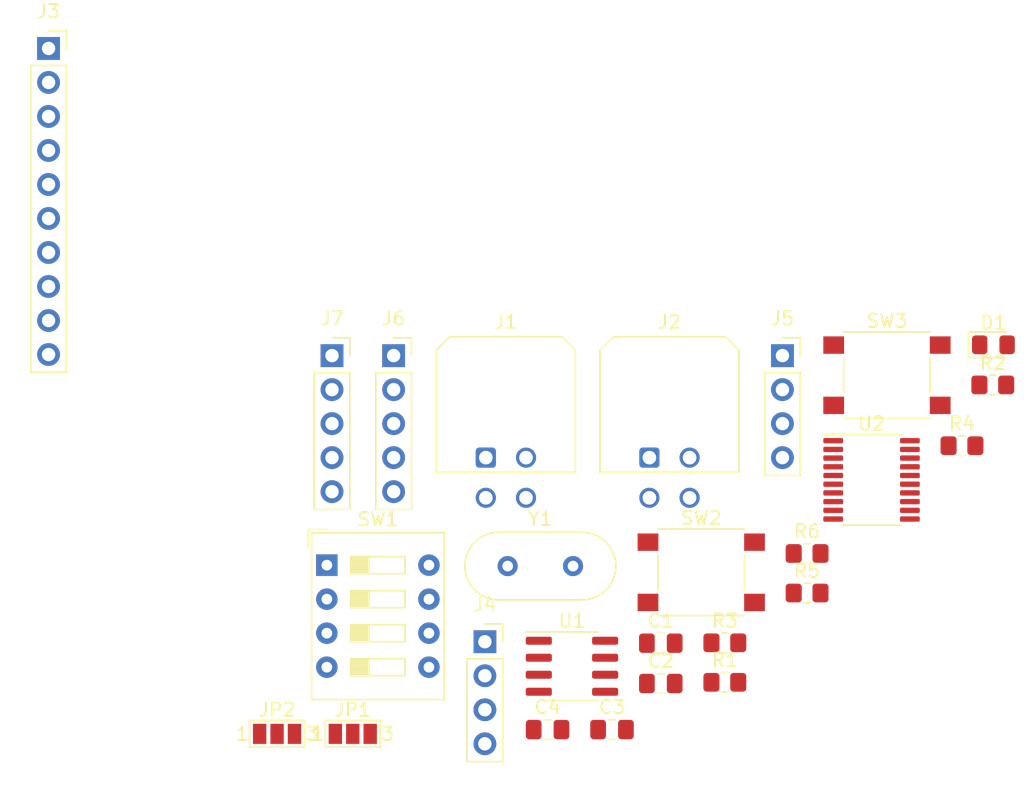
<source format=kicad_pcb>
(kicad_pcb (version 20211014) (generator pcbnew)
  (layers (0 "F.Cu" signal) (31 "B.Cu" signal) (34 "B.Paste" user) (35 "F.Paste" user) (36 "B.SilkS" user "B.Silkscreen") (37 "F.SilkS" user "F.Silkscreen") (38 "B.Mask" user) (39 "F.Mask" user) (44 "Edge.Cuts" user))
  (net 0 "")
  (net 1 "Net-(C1-Pad1)")
  (net 2 "GND")
  (net 3 "+5V")
  (net 4 "Net-(C3-Pad1)")
  (net 5 "/can_enable")
  (net 6 "Net-(D1-Pad2)")
  (net 7 "/CAN+")
  (net 8 "/CAN-")
  (net 9 "Net-(J1-Pad3)")
  (net 11 "Net-(J2-Pad3)")
  (net 19 "/A4(SDA)")
  (net 20 "/A5(SCL)")
  (net 21 "Net-(JP2-Pad1)")
  (net 22 "Net-(J4-Pad2)")
  (net 23 "/0(Rx)")
  (net 24 "/1(Tx)")
  (net 25 "/2")
  (net 26 "/4")
  (net 27 "/A1")
  (net 28 "/3(**)")
  (net 29 "/5(**)")
  (net 30 "/A0")
  (net 31 "+3V3")
  (net 32 "Net-(R1-Pad1)")
  (net 33 "Net-(R2-Pad2)")
  (net 34 "Net-(R3-Pad2)")
  (net 35 "/6(**)")
  (net 36 "/CAN_Tx")
  (net 37 "/CAN_Rx")
  (net 47 "/13(SCK)")
  (net 49 "/11(**{slash}MOSI)")
  (net 50 "/12(MISO)")
  (net 51 "/7")
  (footprint "Resistor_SMD:R_0805_2012Metric_Pad1.20x1.40mm_HandSolder" (layer "F.Cu") (at 144.48 89.28)
    (fp_text reference "R1" (at 0 -1.65) (layer "F.SilkS"))
    (fp_text value "17K")
    (fp_line (start -0.227064 -0.735) (end 0.227064 -0.735) (layer "F.SilkS") (width 0.12))
    (fp_line (start -0.227064 0.735) (end 0.227064 0.735) (layer "F.SilkS") (width 0.12))
    (pad "1" smd roundrect (at -1 0) (size 1.2 1.4) (layers "F.Cu" "F.Paste" "F.Mask") (roundrect_rratio 0.208333) (net 32 "Net-(R1-Pad1)"))
    (pad "2" smd roundrect (at 1 0) (size 1.2 1.4) (layers "F.Cu" "F.Paste" "F.Mask") (roundrect_rratio 0.208333) (net 2 "GND"))
  )
  (footprint "Connector_PinSocket_2.54mm:PinSocket_1x04_P2.54mm_Vertical" (layer "F.Cu") (at 126.57 86.25)
    (fp_text reference "J4" (at 0 -2.77) (layer "F.SilkS"))
    (fp_text value "OLED")
    (fp_line (start -1.33 8.95) (end 1.33 8.95) (layer "F.SilkS") (width 0.12))
    (fp_line (start 1.33 1.27) (end 1.33 8.95) (layer "F.SilkS") (width 0.12))
    (fp_line (start 1.33 -1.33) (end 1.33 0) (layer "F.SilkS") (width 0.12))
    (fp_line (start 0 -1.33) (end 1.33 -1.33) (layer "F.SilkS") (width 0.12))
    (fp_line (start -1.33 1.27) (end -1.33 8.95) (layer "F.SilkS") (width 0.12))
    (fp_line (start -1.33 1.27) (end 1.33 1.27) (layer "F.SilkS") (width 0.12))
    (pad "1" thru_hole rect (at 0 0) (size 1.7 1.7) (drill 1) (layers *.Cu *.Mask) (net 2 "GND"))
    (pad "2" thru_hole oval (at 0 2.54) (size 1.7 1.7) (drill 1) (layers *.Cu *.Mask) (net 22 "Net-(J4-Pad2)"))
    (pad "3" thru_hole oval (at 0 5.08) (size 1.7 1.7) (drill 1) (layers *.Cu *.Mask) (net 20 "/A5(SCL)"))
    (pad "4" thru_hole oval (at 0 7.62) (size 1.7 1.7) (drill 1) (layers *.Cu *.Mask) (net 19 "/A4(SDA)"))
  )
  (footprint "Jumper:SolderJumper-3_P1.3mm_Open_Pad1.0x1.5mm_NumberLabels" (layer "F.Cu") (at 111.06 93.13)
    (fp_text reference "JP2" (at 0 -1.8) (layer "F.SilkS"))
    (fp_text value "Jumper")
    (fp_text user "1" (at -2.6 0) (layer "F.SilkS"))
    (fp_text user "3" (at 2.6 0) (layer "F.SilkS"))
    (fp_line (start 2.05 1) (end -2.05 1) (layer "F.SilkS") (width 0.12))
    (fp_line (start 2.05 -1) (end 2.05 1) (layer "F.SilkS") (width 0.12))
    (fp_line (start -2.05 1) (end -2.05 -1) (layer "F.SilkS") (width 0.12))
    (fp_line (start -2.05 -1) (end 2.05 -1) (layer "F.SilkS") (width 0.12))
    (pad "1" smd rect (at -1.3 0) (size 1 1.5) (layers "F.Cu" "F.Mask") (net 21 "Net-(JP2-Pad1)"))
    (pad "2" smd rect (at 0 0) (size 1 1.5) (layers "F.Cu" "F.Mask") (net 31 "+3V3"))
    (pad "3" smd rect (at 1.3 0) (size 1 1.5) (layers "F.Cu" "F.Mask") (net 3 "+5V"))
  )
  (footprint "Connector_PinSocket_2.54mm:PinSocket_1x10_P2.54mm_Vertical" (layer "F.Cu") (at 94.005 41.94)
    (fp_text reference "J3" (at 0 -2.77) (layer "F.SilkS"))
    (fp_text value "MPU9250")
    (fp_line (start -1.33 1.27) (end -1.33 24.19) (layer "F.SilkS") (width 0.12))
    (fp_line (start 0 -1.33) (end 1.33 -1.33) (layer "F.SilkS") (width 0.12))
    (fp_line (start -1.33 24.19) (end 1.33 24.19) (layer "F.SilkS") (width 0.12))
    (fp_line (start 1.33 -1.33) (end 1.33 0) (layer "F.SilkS") (width 0.12))
    (fp_line (start -1.33 1.27) (end 1.33 1.27) (layer "F.SilkS") (width 0.12))
    (fp_line (start 1.33 1.27) (end 1.33 24.19) (layer "F.SilkS") (width 0.12))
    (pad "1" thru_hole rect (at 0 0) (size 1.7 1.7) (drill 1) (layers *.Cu *.Mask))
    (pad "2" thru_hole oval (at 0 2.54) (size 1.7 1.7) (drill 1) (layers *.Cu *.Mask))
    (pad "3" thru_hole oval (at 0 5.08) (size 1.7 1.7) (drill 1) (layers *.Cu *.Mask))
    (pad "4" thru_hole oval (at 0 7.62) (size 1.7 1.7) (drill 1) (layers *.Cu *.Mask))
    (pad "5" thru_hole oval (at 0 10.16) (size 1.7 1.7) (drill 1) (layers *.Cu *.Mask))
    (pad "6" thru_hole oval (at 0 12.7) (size 1.7 1.7) (drill 1) (layers *.Cu *.Mask))
    (pad "7" thru_hole oval (at 0 15.24) (size 1.7 1.7) (drill 1) (layers *.Cu *.Mask) (net 19 "/A4(SDA)"))
    (pad "8" thru_hole oval (at 0 17.78) (size 1.7 1.7) (drill 1) (layers *.Cu *.Mask) (net 20 "/A5(SCL)"))
    (pad "9" thru_hole oval (at 0 20.32) (size 1.7 1.7) (drill 1) (layers *.Cu *.Mask) (net 2 "GND"))
    (pad "10" thru_hole oval (at 0 22.86) (size 1.7 1.7) (drill 1) (layers *.Cu *.Mask) (net 21 "Net-(JP2-Pad1)"))
  )
  (footprint "Connector_PinSocket_2.54mm:PinSocket_1x05_P2.54mm_Vertical" (layer "F.Cu") (at 115.16 64.88)
    (fp_text reference "J7" (at 0 -2.77) (layer "F.SilkS"))
    (fp_text value "Encoder 0")
    (fp_line (start -1.33 1.27) (end -1.33 11.49) (layer "F.SilkS") (width 0.12))
    (fp_line (start 1.33 1.27) (end 1.33 11.49) (layer "F.SilkS") (width 0.12))
    (fp_line (start -1.33 1.27) (end 1.33 1.27) (layer "F.SilkS") (width 0.12))
    (fp_line (start 0 -1.33) (end 1.33 -1.33) (layer "F.SilkS") (width 0.12))
    (fp_line (start -1.33 11.49) (end 1.33 11.49) (layer "F.SilkS") (width 0.12))
    (fp_line (start 1.33 -1.33) (end 1.33 0) (layer "F.SilkS") (width 0.12))
    (pad "1" thru_hole rect (at 0 0) (size 1.7 1.7) (drill 1) (layers *.Cu *.Mask) (net 3 "+5V"))
    (pad "2" thru_hole oval (at 0 2.54) (size 1.7 1.7) (drill 1) (layers *.Cu *.Mask) (net 28 "/3(**)"))
    (pad "3" thru_hole oval (at 0 5.08) (size 1.7 1.7) (drill 1) (layers *.Cu *.Mask) (net 29 "/5(**)"))
    (pad "4" thru_hole oval (at 0 7.62) (size 1.7 1.7) (drill 1) (layers *.Cu *.Mask) (net 30 "/A0"))
    (pad "5" thru_hole oval (at 0 10.16) (size 1.7 1.7) (drill 1) (layers *.Cu *.Mask) (net 2 "GND"))
  )
  (footprint "Connector_Molex:Molex_Micro-Fit_3.0_43045-0400_2x02_P3.00mm_Horizontal" (layer "F.Cu") (at 138.85 72.5)
    (fp_text reference "J2" (at 1.5 -10.12) (layer "F.SilkS"))
    (fp_text value "molex_3.0")
    (fp_line (start -3.685 1.1) (end -3.685 -8.03) (layer "F.SilkS") (width 0.12))
    (fp_line (start 6.685 1.1) (end -3.685 1.1) (layer "F.SilkS") (width 0.12))
    (fp_line (start -3.685 -8.03) (end -2.685 -9.03) (layer "F.SilkS") (width 0.12))
    (fp_line (start 6.685 -8.03) (end 6.685 1.1) (layer "F.SilkS") (width 0.12))
    (fp_line (start 5.685 -9.03) (end 6.685 -8.03) (layer "F.SilkS") (width 0.12))
    (fp_line (start -2.685 -9.03) (end 5.685 -9.03) (layer "F.SilkS") (width 0.12))
    (pad "" np_thru_hole circle (at 1.5 -4.32) (size 3 3) (drill 3) (layers *.Cu *.Mask))
    (pad "1" thru_hole roundrect (at 0 0) (size 1.5 1.5) (drill 1.02) (layers *.Cu *.Mask) (roundrect_rratio 0.166667) (net 7 "/CAN+"))
    (pad "2" thru_hole circle (at 3 0) (size 1.5 1.5) (drill 1.02) (layers *.Cu *.Mask) (net 8 "/CAN-"))
    (pad "3" thru_hole circle (at 0 3) (size 1.5 1.5) (drill 1.02) (layers *.Cu *.Mask) (net 11 "Net-(J2-Pad3)"))
    (pad "4" thru_hole circle (at 3 3) (size 1.5 1.5) (drill 1.02) (layers *.Cu *.Mask))
  )
  (footprint "Capacitor_SMD:C_0805_2012Metric_Pad1.18x1.45mm_HandSolder" (layer "F.Cu") (at 136.06 92.81)
    (fp_text reference "C3" (at 0 -1.68) (layer "F.SilkS"))
    (fp_text value "22pF")
    (fp_line (start -0.261252 0.735) (end 0.261252 0.735) (layer "F.SilkS") (width 0.12))
    (fp_line (start -0.261252 -0.735) (end 0.261252 -0.735) (layer "F.SilkS") (width 0.12))
    (pad "1" smd roundrect (at -1.0375 0) (size 1.175 1.45) (layers "F.Cu" "F.Paste" "F.Mask") (roundrect_rratio 0.212766) (net 4 "Net-(C3-Pad1)"))
    (pad "2" smd roundrect (at 1.0375 0) (size 1.175 1.45) (layers "F.Cu" "F.Paste" "F.Mask") (roundrect_rratio 0.212766) (net 2 "GND"))
  )
  (footprint "Resistor_SMD:R_0805_2012Metric_Pad1.20x1.40mm_HandSolder" (layer "F.Cu") (at 150.62 82.61)
    (fp_text reference "R5" (at 0 -1.65) (layer "F.SilkS"))
    (fp_text value "10K")
    (fp_line (start -0.227064 -0.735) (end 0.227064 -0.735) (layer "F.SilkS") (width 0.12))
    (fp_line (start -0.227064 0.735) (end 0.227064 0.735) (layer "F.SilkS") (width 0.12))
    (pad "1" smd roundrect (at -1 0) (size 1.2 1.4) (layers "F.Cu" "F.Paste" "F.Mask") (roundrect_rratio 0.208333) (net 29 "/5(**)"))
    (pad "2" smd roundrect (at 1 0) (size 1.2 1.4) (layers "F.Cu" "F.Paste" "F.Mask") (roundrect_rratio 0.208333) (net 2 "GND"))
  )
  (footprint "Resistor_SMD:R_0805_2012Metric_Pad1.20x1.40mm_HandSolder" (layer "F.Cu") (at 144.48 86.33)
    (fp_text reference "R3" (at 0 -1.65) (layer "F.SilkS"))
    (fp_text value "10K")
    (fp_line (start -0.227064 -0.735) (end 0.227064 -0.735) (layer "F.SilkS") (width 0.12))
    (fp_line (start -0.227064 0.735) (end 0.227064 0.735) (layer "F.SilkS") (width 0.12))
    (pad "1" smd roundrect (at -1 0) (size 1.2 1.4) (layers "F.Cu" "F.Paste" "F.Mask") (roundrect_rratio 0.208333) (net 3 "+5V"))
    (pad "2" smd roundrect (at 1 0) (size 1.2 1.4) (layers "F.Cu" "F.Paste" "F.Mask") (roundrect_rratio 0.208333) (net 34 "Net-(R3-Pad2)"))
  )
  (footprint "Connector_PinSocket_2.54mm:PinSocket_1x04_P2.54mm_Vertical" (layer "F.Cu") (at 148.78 64.88)
    (fp_text reference "J5" (at 0 -2.77) (layer "F.SilkS"))
    (fp_text value "UART2")
    (fp_line (start 1.33 -1.33) (end 1.33 0) (layer "F.SilkS") (width 0.12))
    (fp_line (start -1.33 1.27) (end -1.33 8.95) (layer "F.SilkS") (width 0.12))
    (fp_line (start -1.33 8.95) (end 1.33 8.95) (layer "F.SilkS") (width 0.12))
    (fp_line (start -1.33 1.27) (end 1.33 1.27) (layer "F.SilkS") (width 0.12))
    (fp_line (start 0 -1.33) (end 1.33 -1.33) (layer "F.SilkS") (width 0.12))
    (fp_line (start 1.33 1.27) (end 1.33 8.95) (layer "F.SilkS") (width 0.12))
    (pad "1" thru_hole rect (at 0 0) (size 1.7 1.7) (drill 1) (layers *.Cu *.Mask) (net 3 "+5V"))
    (pad "2" thru_hole oval (at 0 2.54) (size 1.7 1.7) (drill 1) (layers *.Cu *.Mask) (net 23 "/0(Rx)"))
    (pad "3" thru_hole oval (at 0 5.08) (size 1.7 1.7) (drill 1) (layers *.Cu *.Mask) (net 24 "/1(Tx)"))
    (pad "4" thru_hole oval (at 0 7.62) (size 1.7 1.7) (drill 1) (layers *.Cu *.Mask) (net 2 "GND"))
  )
  (footprint "Connector_Molex:Molex_Micro-Fit_3.0_43045-0400_2x02_P3.00mm_Horizontal" (layer "F.Cu") (at 126.64 72.5)
    (fp_text reference "J1" (at 1.5 -10.12) (layer "F.SilkS"))
    (fp_text value "molex_3.0")
    (fp_line (start -3.685 1.1) (end -3.685 -8.03) (layer "F.SilkS") (width 0.12))
    (fp_line (start 6.685 -8.03) (end 6.685 1.1) (layer "F.SilkS") (width 0.12))
    (fp_line (start -2.685 -9.03) (end 5.685 -9.03) (layer "F.SilkS") (width 0.12))
    (fp_line (start 5.685 -9.03) (end 6.685 -8.03) (layer "F.SilkS") (width 0.12))
    (fp_line (start -3.685 -8.03) (end -2.685 -9.03) (layer "F.SilkS") (width 0.12))
    (fp_line (start 6.685 1.1) (end -3.685 1.1) (layer "F.SilkS") (width 0.12))
    (pad "" np_thru_hole circle (at 1.5 -4.32) (size 3 3) (drill 3) (layers *.Cu *.Mask))
    (pad "1" thru_hole roundrect (at 0 0) (size 1.5 1.5) (drill 1.02) (layers *.Cu *.Mask) (roundrect_rratio 0.166667) (net 7 "/CAN+"))
    (pad "2" thru_hole circle (at 3 0) (size 1.5 1.5) (drill 1.02) (layers *.Cu *.Mask) (net 8 "/CAN-"))
    (pad "3" thru_hole circle (at 0 3) (size 1.5 1.5) (drill 1.02) (layers *.Cu *.Mask) (net 9 "Net-(J1-Pad3)"))
    (pad "4" thru_hole circle (at 3 3) (size 1.5 1.5) (drill 1.02) (layers *.Cu *.Mask))
  )
  (footprint "Resistor_SMD:R_0805_2012Metric_Pad1.20x1.40mm_HandSolder" (layer "F.Cu") (at 162.18 71.61)
    (fp_text reference "R4" (at 0 -1.65) (layer "F.SilkS"))
    (fp_text value "10K")
    (fp_line (start -0.227064 0.735) (end 0.227064 0.735) (layer "F.SilkS") (width 0.12))
    (fp_line (start -0.227064 -0.735) (end 0.227064 -0.735) (layer "F.SilkS") (width 0.12))
    (pad "1" smd roundrect (at -1 0) (size 1.2 1.4) (layers "F.Cu" "F.Paste" "F.Mask") (roundrect_rratio 0.208333) (net 35 "/6(**)"))
    (pad "2" smd roundrect (at 1 0) (size 1.2 1.4) (layers "F.Cu" "F.Paste" "F.Mask") (roundrect_rratio 0.208333) (net 2 "GND"))
  )
  (footprint "Jumper:SolderJumper-3_P1.3mm_Open_Pad1.0x1.5mm_NumberLabels" (layer "F.Cu") (at 116.71 93.13)
    (fp_text reference "JP1" (at 0 -1.8) (layer "F.SilkS"))
    (fp_text value "Jumper")
    (fp_text user "1" (at -2.6 0) (layer "F.SilkS"))
    (fp_text user "3" (at 2.6 0) (layer "F.SilkS"))
    (fp_line (start 2.05 -1) (end 2.05 1) (layer "F.SilkS") (width 0.12))
    (fp_line (start 2.05 1) (end -2.05 1) (layer "F.SilkS") (width 0.12))
    (fp_line (start -2.05 1) (end -2.05 -1) (layer "F.SilkS") (width 0.12))
    (fp_line (start -2.05 -1) (end 2.05 -1) (layer "F.SilkS") (width 0.12))
    (pad "1" smd rect (at -1.3 0) (size 1 1.5) (layers "F.Cu" "F.Mask") (net 22 "Net-(J4-Pad2)"))
    (pad "2" smd rect (at 0 0) (size 1 1.5) (layers "F.Cu" "F.Mask") (net 31 "+3V3"))
    (pad "3" smd rect (at 1.3 0) (size 1 1.5) (layers "F.Cu" "F.Mask") (net 3 "+5V"))
  )
  (footprint "Button_Switch_THT:SW_DIP_SPSTx04_Slide_9.78x12.34mm_W7.62mm_P2.54mm" (layer "F.Cu") (at 114.775 80.53)
    (fp_text reference "SW1" (at 3.81 -3.42) (layer "F.SilkS"))
    (fp_text value "SW_DIP_x04")
    (fp_line (start 1.78 1.905) (end 1.78 3.175) (layer "F.SilkS") (width 0.12))
    (fp_line (start 5.84 -0.635) (end 1.78 -0.635) (layer "F.SilkS") (width 0.12))
    (fp_line (start -1.38 -2.66) (end -1.38 -1.277) (layer "F.SilkS") (width 0.12))
    (fp_line (start 1.78 -0.395) (end 3.133333 -0.395) (layer "F.SilkS") (width 0.12))
    (fp_line (start 1.78 0.635) (end 5.84 0.635) (layer "F.SilkS") (width 0.12))
    (fp_line (start 1.78 5.165) (end 3.133333 5.165) (layer "F.SilkS") (width 0.12))
    (fp_line (start 1.78 7.345) (end 3.133333 7.345) (layer "F.SilkS") (width 0.12))
    (fp_line (start 1.78 0.445) (end 3.133333 0.445) (layer "F.SilkS") (width 0.12))
    (fp_line (start -1.14 10.04) (end 8.76 10.04) (layer "F.SilkS") (width 0.12))
    (fp_line (start 1.78 5.525) (end 3.133333 5.525) (layer "F.SilkS") (width 0.12))
    (fp_line (start 1.78 7.705) (end 3.133333 7.705) (layer "F.SilkS") (width 0.12))
    (fp_line (start 1.78 -0.275) (end 3.133333 -0.275) (layer "F.SilkS") (width 0.12))
    (fp_line (start 8.76 -2.42) (end 8.76 10.04) (layer "F.SilkS") (width 0.12))
    (fp_line (start 1.78 -0.515) (end 3.133333 -0.515) (layer "F.SilkS") (width 0.12))
    (fp_line (start 1.78 5.405) (end 3.133333 5.405) (layer "F.SilkS") (width 0.12))
    (fp_line (start 1.78 5.715) (end 5.84 5.715) (layer "F.SilkS") (width 0.12))
    (fp_line (start 1.78 0.085) (end 3.133333 0.085) (layer "F.SilkS") (width 0.12))
    (fp_line (start 1.78 2.145) (end 3.133333 2.145) (layer "F.SilkS") (width 0.12))
    (fp_line (start 1.78 4.445) (end 1.78 5.715) (layer "F.SilkS") (width 0.12))
    (fp_line (start 1.78 8.255) (end 5.84 8.255) (layer "F.SilkS") (width 0.12))
    (fp_line (start 5.84 0.635) (end 5.84 -0.635) (layer "F.SilkS") (width 0.12))
    (fp_line (start 1.78 5.645) (end 3.133333 5.645) (layer "F.SilkS") (width 0.12))
    (fp_line (start 3.133333 1.905) (end 3.133333 3.175) (layer "F.SilkS") (width 0.12))
    (fp_line (start 1.78 7.465) (end 3.133333 7.465) (layer "F.SilkS") (width 0.12))
    (fp_line (start 1.78 3.105) (end 3.133333 3.105) (layer "F.SilkS") (width 0.12))
    (fp_line (start 1.78 4.685) (end 3.133333 4.685) (layer "F.SilkS") (width 0.12))
    (fp_line (start 5.84 4.445) (end 1.78 4.445) (layer "F.SilkS") (width 0.12))
    (fp_line (start 1.78 2.025) (end 3.133333 2.025) (layer "F.SilkS") (width 0.12))
    (fp_line (start 1.78 2.865) (end 3.133333 2.865) (layer "F.SilkS") (width 0.12))
    (fp_line (start 1.78 2.985) (end 3.133333 2.985) (layer "F.SilkS") (width 0.12))
    (fp_line (start 1.78 3.175) (end 5.84 3.175) (layer "F.SilkS") (width 0.12))
    (fp_line (start 1.78 4.805) (end 3.133333 4.805) (layer "F.SilkS") (width 0.12))
    (fp_line (start 1.78 7.585) (end 3.133333 7.585) (layer "F.SilkS") (width 0.12))
    (fp_line (start 5.84 5.715) (end 5.84 4.445) (layer "F.SilkS") (width 0.12))
    (fp_line (start 1.78 2.265) (end 3.133333 2.265) (layer "F.SilkS") (width 0.12))
    (fp_line (start -1.38 -2.66) (end 0.004 -2.66) (layer "F.SilkS") (width 0.12))
    (fp_line (start 1.78 -0.635) (end 1.78 0.635) (layer "F.SilkS") (width 0.12))
    (fp_line (start 5.84 8.255) (end 5.84 6.985) (layer "F.SilkS") (width 0.12))
    (fp_line (start 3.133333 4.445) (end 3.133333 5.715) (layer "F.SilkS") (width 0.12))
    (fp_line (start 1.78 -0.155) (end 3.133333 -0.155) (layer "F.SilkS") (width 0.12))
    (fp_line (start 5.84 6.985) (end 1.78 6.985) (layer "F.SilkS") (width 0.12))
    (fp_line (start 1.78 -0.035) (end 3.133333 -0.035) (layer "F.SilkS") (width 0.12))
    (fp_line (start 1.78 7.105) (end 3.133333 7.105) (layer "F.SilkS") (width 0.12))
    (fp_line (start 3.133333 -0.635) (end 3.133333 0.635) (layer "F.SilkS") (width 0.12))
    (fp_line (start 5.84 3.175) (end 5.84 1.905) (layer "F.SilkS") (width 0.12))
    (fp_line (start 1.78 2.625) (end 3.133333 2.625) (layer "F.SilkS") (width 0.12))
    (fp_line (start 1.78 8.185) (end 3.133333 8.185) (layer "F.SilkS") (width 0.12))
    (fp_line (start 1.78 5.045) (end 3.133333 5.045) (layer "F.SilkS") (width 0.12))
    (fp_line (start 1.78 4.565) (end 3.133333 4.565) (layer "F.SilkS") (width 0.12))
    (fp_line (start -1.14 -2.42) (end 8.76 -2.42) (layer "F.SilkS") (width 0.12))
    (fp_line (start 5.84 1.905) (end 1.78 1.905) (layer "F.SilkS") (width 0.12))
    (fp_line (start 1.78 7.225) (end 3.133333 7.225) (layer "F.SilkS") (width 0.12))
    (fp_line (start 1.78 5.285) (end 3.133333 5.285) (layer "F.SilkS") (width 0.12))
    (fp_line (start 1.78 7.825) (end 3.133333 7.825) (layer "F.SilkS") (width 0.12))
    (fp_line (start 1.78 2.505) (end 3.133333 2.505) (layer "F.SilkS") (width 0.12))
    (fp_line (start 3.133333 6.985) (end 3.133333 8.255) (layer "F.SilkS") (width 0.12))
    (fp_line (start 1.78 6.985) (end 1.78 8.255) (layer "F.SilkS") (width 0.12))
    (fp_line (start 1.78 8.065) (end 3.133333 8.065) (layer "F.SilkS") (width 0.12))
    (fp_line (start 1.78 2.385) (end 3.133333 2.385) (layer "F.SilkS") (width 0.12))
    (fp_line (start 1.78 2.745) (end 3.133333 2.745) (layer "F.SilkS") (width 0.12))
    (fp_line (start 1.78 0.205) (end 3.133333 0.205) (layer "F.SilkS") (width 0.12))
    (fp_line (start 1.78 0.565) (end 3.133333 0.565) (layer "F.SilkS") (width 0.12))
    (fp_line (start 1.78 0.325) (end 3.133333 0.325) (layer "F.SilkS") (width 0.12))
    (fp_line (start 1.78 4.925) (end 3.133333 4.925) (layer "F.SilkS") (width 0.12))
    (fp_line (start -1.14 -2.42) (end -1.14 10.04) (layer "F.SilkS") (width 0.12))
    (fp_line (start 1.78 7.945) (end 3.133333 7.945) (layer "F.SilkS") (width 0.12))
    (pad "1" thru_hole rect (at 0 0) (size 1.6 1.6) (drill 0.8) (layers *.Cu *.Mask) (net 3 "+5V"))
    (pad "2" thru_hole oval (at 0 2.54) (size 1.6 1.6) (drill 0.8) (layers *.Cu *.Mask) (net 11 "Net-(J2-Pad3)"))
    (pad "3" thru_hole oval (at 0 5.08) (size 1.6 1.6) (drill 0.8) (layers *.Cu *.Mask) (net 9 "Net-(J1-Pad3)"))
    (pad "4" thru_hole oval (at 0 7.62) (size 1.6 1.6) (drill 0.8) (layers *.Cu *.Mask) (net 33 "Net-(R2-Pad2)"))
    (pad "5" thru_hole oval (at 7.62 7.62) (size 1.6 1.6) (drill 0.8) (layers *.Cu *.Mask) (net 8 "/CAN-"))
    (pad "6" thru_hole oval (at 7.62 5.08) (size 1.6 1.6) (drill 0.8) (layers *.Cu *.Mask) (net 2 "GND"))
    (pad "7" thru_hole oval (at 7.62 2.54) (size 1.6 1.6) (drill 0.8) (layers *.Cu *.Mask) (net 2 "GND"))
    (pad "8" thru_hole oval (at 7.62 0) (size 1.6 1.6) (drill 0.8) (layers *.Cu *.Mask) (net 5 "/can_enable"))
  )
  (footprint "Capacitor_SMD:C_0805_2012Metric_Pad1.18x1.45mm_HandSolder" (layer "F.Cu") (at 139.7 89.37)
    (fp_text reference "C2" (at 0 -1.68) (layer "F.SilkS"))
    (fp_text value "100nF")
    (fp_line (start -0.261252 -0.735) (end 0.261252 -0.735) (layer "F.SilkS") (width 0.12))
    (fp_line (start -0.261252 0.735) (end 0.261252 0.735) (layer "F.SilkS") (width 0.12))
    (pad "1" smd roundrect (at -1.0375 0) (size 1.175 1.45) (layers "F.Cu" "F.Paste" "F.Mask") (roundrect_rratio 0.212766) (net 3 "+5V"))
    (pad "2" smd roundrect (at 1.0375 0) (size 1.175 1.45) (layers "F.Cu" "F.Paste" "F.Mask") (roundrect_rratio 0.212766) (net 2 "GND"))
  )
  (footprint "Package_SO:SOIC-8_3.9x4.9mm_P1.27mm" (layer "F.Cu") (at 133.07 88.08)
    (fp_text reference "U1" (at 0 -3.4) (layer "F.SilkS"))
    (fp_text value "MCP2551-I-SN")
    (fp_line (start 0 -2.56) (end -3.45 -2.56) (layer "F.SilkS") (width 0.12))
    (fp_line (start 0 -2.56) (end 1.95 -2.56) (layer "F.SilkS") (width 0.12))
    (fp_line (start 0 2.56) (end -1.95 2.56) (layer "F.SilkS") (width 0.12))
    (fp_line (start 0 2.56) (end 1.95 2.56) (layer "F.SilkS") (width 0.12))
    (pad "1" smd roundrect (at -2.475 -1.905) (size 1.95 0.6) (layers "F.Cu" "F.Paste" "F.Mask") (net 36 "/CAN_Tx"))
    (pad "2" smd roundrect (at -2.475 -0.635) (size 1.95 0.6) (layers "F.Cu" "F.Paste" "F.Mask") (net 2 "GND"))
    (pad "3" smd roundrect (at -2.475 0.635) (size 1.95 0.6) (layers "F.Cu" "F.Paste" "F.Mask") (net 5 "/can_enable"))
    (pad "4" smd roundrect (at -2.475 1.905) (size 1.95 0.6) (layers "F.Cu" "F.Paste" "F.Mask") (net 37 "/CAN_Rx"))
    (pad "5" smd roundrect (at 2.475 1.905) (size 1.95 0.6) (layers "F.Cu" "F.Paste" "F.Mask"))
    (pad "6" smd roundrect (at 2.475 0.635) (size 1.95 0.6) (layers "F.Cu" "F.Paste" "F.Mask") (net 8 "/CAN-"))
    (pad "7" smd roundrect (at 2.475 -0.635) (size 1.95 0.6) (layers "F.Cu" "F.Paste" "F.Mask") (net 7 "/CAN+"))
    (pad "8" smd roundrect (at 2.475 -1.905) (size 1.95 0.6) (layers "F.Cu" "F.Paste" "F.Mask") (net 32 "Net-(R1-Pad1)"))
  )
  (footprint "Connector_PinSocket_2.54mm:PinSocket_1x05_P2.54mm_Vertical" (layer "F.Cu") (at 119.76 64.88)
    (fp_text reference "J6" (at 0 -2.77) (layer "F.SilkS"))
    (fp_text value "Encoder 1")
    (fp_line (start 1.33 1.27) (end 1.33 11.49) (layer "F.SilkS") (width 0.12))
    (fp_line (start -1.33 11.49) (end 1.33 11.49) (layer "F.SilkS") (width 0.12))
    (fp_line (start -1.33 1.27) (end -1.33 11.49) (layer "F.SilkS") (width 0.12))
    (fp_line (start 0 -1.33) (end 1.33 -1.33) (layer "F.SilkS") (width 0.12))
    (fp_line (start -1.33 1.27) (end 1.33 1.27) (layer "F.SilkS") (width 0.12))
    (fp_line (start 1.33 -1.33) (end 1.33 0) (layer "F.SilkS") (width 0.12))
    (pad "1" thru_hole rect (at 0 0) (size 1.7 1.7) (drill 1) (layers *.Cu *.Mask) (net 3 "+5V"))
    (pad "2" thru_hole oval (at 0 2.54) (size 1.7 1.7) (drill 1) (layers *.Cu *.Mask) (net 25 "/2"))
    (pad "3" thru_hole oval (at 0 5.08) (size 1.7 1.7) (drill 1) (layers *.Cu *.Mask) (net 26 "/4"))
    (pad "4" thru_hole oval (at 0 7.62) (size 1.7 1.7) (drill 1) (layers *.Cu *.Mask) (net 27 "/A1"))
    (pad "5" thru_hole oval (at 0 10.16) (size 1.7 1.7) (drill 1) (layers *.Cu *.Mask) (net 2 "GND"))
  )
  (footprint "Crystal:Crystal_HC49-U_Vertical" (layer "F.Cu") (at 128.27 80.6)
    (fp_text reference "Y1" (at 2.44 -3.525) (layer "F.SilkS"))
    (fp_text value "16MHz")
    (fp_line (start -0.685 -2.525) (end 5.565 -2.525) (layer "F.SilkS") (width 0.12))
    (fp_line (start -0.685 2.525) (end 5.565 2.525) (layer "F.SilkS") (width 0.12))
    (fp_arc (start -0.685 2.525) (mid -3.21 0) (end -0.685 -2.525) (layer "F.SilkS") (width 0.12))
    (fp_arc (start 5.565 -2.525) (mid 8.09 0) (end 5.565 2.525) (layer "F.SilkS") (width 0.12))
    (pad "1" thru_hole circle (at 0 0) (size 1.5 1.5) (drill 0.8) (layers *.Cu *.Mask) (net 1 "Net-(C1-Pad1)"))
    (pad "2" thru_hole circle (at 4.88 0) (size 1.5 1.5) (drill 0.8) (layers *.Cu *.Mask) (net 4 "Net-(C3-Pad1)"))
  )
  (footprint "Resistor_SMD:R_0805_2012Metric_Pad1.20x1.40mm_HandSolder" (layer "F.Cu") (at 150.62 79.66)
    (fp_text reference "R6" (at 0 -1.65) (layer "F.SilkS"))
    (fp_text value "10K")
    (fp_line (start -0.227064 -0.735) (end 0.227064 -0.735) (layer "F.SilkS") (width 0.12))
    (fp_line (start -0.227064 0.735) (end 0.227064 0.735) (layer "F.SilkS") (width 0.12))
    (pad "1" smd roundrect (at -1 0) (size 1.2 1.4) (layers "F.Cu" "F.Paste" "F.Mask") (roundrect_rratio 0.208333) (net 3 "+5V"))
    (pad "2" smd roundrect (at 1 0) (size 1.2 1.4) (layers "F.Cu" "F.Paste" "F.Mask") (roundrect_rratio 0.208333) (net 6 "Net-(D1-Pad2)"))
  )
  (footprint "Capacitor_SMD:C_0805_2012Metric_Pad1.18x1.45mm_HandSolder" (layer "F.Cu") (at 131.25 92.81)
    (fp_text reference "C4" (at 0 -1.68) (layer "F.SilkS"))
    (fp_text value "100nF")
    (fp_line (start -0.261252 0.735) (end 0.261252 0.735) (layer "F.SilkS") (width 0.12))
    (fp_line (start -0.261252 -0.735) (end 0.261252 -0.735) (layer "F.SilkS") (width 0.12))
    (pad "1" smd roundrect (at -1.0375 0) (size 1.175 1.45) (layers "F.Cu" "F.Paste" "F.Mask") (roundrect_rratio 0.212766) (net 5 "/can_enable"))
    (pad "2" smd roundrect (at 1.0375 0) (size 1.175 1.45) (layers "F.Cu" "F.Paste" "F.Mask") (roundrect_rratio 0.212766) (net 2 "GND"))
  )
  (footprint "Capacitor_SMD:C_0805_2012Metric_Pad1.18x1.45mm_HandSolder" (layer "F.Cu") (at 139.7 86.36)
    (fp_text reference "C1" (at 0 -1.68) (layer "F.SilkS"))
    (fp_text value "22pF")
    (fp_line (start -0.261252 0.735) (end 0.261252 0.735) (layer "F.SilkS") (width 0.12))
    (fp_line (start -0.261252 -0.735) (end 0.261252 -0.735) (layer "F.SilkS") (width 0.12))
    (pad "1" smd roundrect (at -1.0375 0) (size 1.175 1.45) (layers "F.Cu" "F.Paste" "F.Mask") (roundrect_rratio 0.212766) (net 1 "Net-(C1-Pad1)"))
    (pad "2" smd roundrect (at 1.0375 0) (size 1.175 1.45) (layers "F.Cu" "F.Paste" "F.Mask") (roundrect_rratio 0.212766) (net 2 "GND"))
  )
  (footprint "LED_SMD:LED_0805_2012Metric_Pad1.15x1.40mm_HandSolder" (layer "F.Cu") (at 164.525 64.075)
    (fp_text reference "D1" (at 0 -1.65) (layer "F.SilkS"))
    (fp_text value "power")
    (fp_line (start -1.86 -0.96) (end -1.86 0.96) (layer "F.SilkS") (width 0.12))
    (fp_line (start -1.86 0.96) (end 1 0.96) (layer "F.SilkS") (width 0.12))
    (fp_line (start 1 -0.96) (end -1.86 -0.96) (layer "F.SilkS") (width 0.12))
    (pad "1" smd roundrect (at -1.025 0) (size 1.15 1.4) (layers "F.Cu" "F.Paste" "F.Mask") (roundrect_rratio 0.217391) (net 2 "GND"))
    (pad "2" smd roundrect (at 1.025 0) (size 1.15 1.4) (layers "F.Cu" "F.Paste" "F.Mask") (roundrect_rratio 0.217391) (net 6 "Net-(D1-Pad2)"))
  )
  (footprint "Package_SO:TSSOP-20_4.4x6.5mm_P0.65mm" (layer "F.Cu") (at 155.43 74.16)
    (fp_text reference "U2" (at 0 -4.2) (layer "F.SilkS"))
    (fp_text value "MCP2515-xST")
    (fp_line (start 0 -3.385) (end 2.2 -3.385) (layer "F.SilkS") (width 0.12))
    (fp_line (start 0 3.385) (end -2.2 3.385) (layer "F.SilkS") (width 0.12))
    (fp_line (start 0 -3.385) (end -3.6 -3.385) (layer "F.SilkS") (width 0.12))
    (fp_line (start 0 3.385) (end 2.2 3.385) (layer "F.SilkS") (width 0.12))
    (pad "1" smd roundrect (at -2.8625 -2.925) (size 1.475 0.4) (layers "F.Cu" "F.Paste" "F.Mask") (net 36 "/CAN_Tx"))
    (pad "2" smd roundrect (at -2.8625 -2.275) (size 1.475 0.4) (layers "F.Cu" "F.Paste" "F.Mask") (net 37 "/CAN_Rx"))
    (pad "3" smd roundrect (at -2.8625 -1.625) (size 1.475 0.4) (layers "F.Cu" "F.Paste" "F.Mask"))
    (pad "4" smd roundrect (at -2.8625 -0.975) (size 1.475 0.4) (layers "F.Cu" "F.Paste" "F.Mask"))
    (pad "5" smd roundrect (at -2.8625 -0.325) (size 1.475 0.4) (layers "F.Cu" "F.Paste" "F.Mask"))
    (pad "6" smd roundrect (at -2.8625 0.325) (size 1.475 0.4) (layers "F.Cu" "F.Paste" "F.Mask"))
    (pad "7" smd roundrect (at -2.8625 0.975) (size 1.475 0.4) (layers "F.Cu" "F.Paste" "F.Mask"))
    (pad "8" smd roundrect (at -2.8625 1.625) (size 1.475 0.4) (layers "F.Cu" "F.Paste" "F.Mask") (net 1 "Net-(C1-Pad1)"))
    (pad "9" smd roundrect (at -2.8625 2.275) (size 1.475 0.4) (layers "F.Cu" "F.Paste" "F.Mask") (net 4 "Net-(C3-Pad1)"))
    (pad "10" smd roundrect (at -2.8625 2.925) (size 1.475 0.4) (layers "F.Cu" "F.Paste" "F.Mask") (net 2 "GND"))
    (pad "11" smd roundrect (at 2.8625 2.925) (size 1.475 0.4) (layers "F.Cu" "F.Paste" "F.Mask"))
    (pad "12" smd roundrect (at 2.8625 2.275) (size 1.475 0.4) (layers "F.Cu" "F.Paste" "F.Mask"))
    (pad "13" smd roundrect (at 2.8625 1.625) (size 1.475 0.4) (layers "F.Cu" "F.Paste" "F.Mask"))
    (pad "14" smd roundrect (at 2.8625 0.975) (size 1.475 0.4) (layers "F.Cu" "F.Paste" "F.Mask") (net 47 "/13(SCK)"))
    (pad "15" smd roundrect (at 2.8625 0.325) (size 1.475 0.4) (layers "F.Cu" "F.Paste" "F.Mask"))
    (pad "16" smd roundrect (at 2.8625 -0.325) (size 1.475 0.4) (layers "F.Cu" "F.Paste" "F.Mask") (net 49 "/11(**{slash}MOSI)"))
    (pad "17" smd roundrect (at 2.8625 -0.975) (size 1.475 0.4) (layers "F.Cu" "F.Paste" "F.Mask") (net 50 "/12(MISO)"))
    (pad "18" smd roundrect (at 2.8625 -1.625) (size 1.475 0.4) (layers "F.Cu" "F.Paste" "F.Mask") (net 51 "/7"))
    (pad "19" smd roundrect (at 2.8625 -2.275) (size 1.475 0.4) (layers "F.Cu" "F.Paste" "F.Mask") (net 34 "Net-(R3-Pad2)"))
    (pad "20" smd roundrect (at 2.8625 -2.925) (size 1.475 0.4) (layers "F.Cu" "F.Paste" "F.Mask") (net 5 "/can_enable"))
  )
  (footprint "Button_Switch_SMD:SW_Push_1P1T_NO_6x6mm_H9.5mm" (layer "F.Cu") (at 142.72 81.065)
    (fp_text reference "SW2" (at 0 -4.05) (layer "F.SilkS"))
    (fp_text value "User")
    (fp_line (start 3.23 -1.3) (end 3.23 1.3) (layer "F.SilkS") (width 0.12))
    (fp_line (start 3.23 -3.23) (end 3.23 -3.2) (layer "F.SilkS") (width 0.12))
    (fp_line (start -3.23 -1.3) (end -3.23 1.3) (layer "F.SilkS") (width 0.12))
    (fp_line (start -3.23 -3.23) (end 3.23 -3.23) (layer "F.SilkS") (width 0.12))
    (fp_line (start -3.23 -3.2) (end -3.23 -3.23) (layer "F.SilkS") (width 0.12))
    (fp_line (start 3.23 3.23) (end 3.23 3.2) (layer "F.SilkS") (width 0.12))
    (fp_line (start -3.23 3.23) (end 3.23 3.23) (layer "F.SilkS") (width 0.12))
    (fp_line (start -3.23 3.23) (end -3.23 3.2) (layer "F.SilkS") (width 0.12))
    (pad "1" smd rect (at -3.975 -2.25) (size 1.55 1.3) (layers "F.Cu" "F.Paste" "F.Mask") (net 35 "/6(**)"))
    (pad "1" smd rect (at 3.975 -2.25) (size 1.55 1.3) (layers "F.Cu" "F.Paste" "F.Mask") (net 35 "/6(**)"))
    (pad "2" smd rect (at -3.975 2.25) (size 1.55 1.3) (layers "F.Cu" "F.Paste" "F.Mask") (net 3 "+5V"))
    (pad "2" smd rect (at 3.975 2.25) (size 1.55 1.3) (layers "F.Cu" "F.Paste" "F.Mask") (net 3 "+5V"))
  )
  (footprint "Button_Switch_SMD:SW_Push_1P1T_NO_6x6mm_H9.5mm" (layer "F.Cu") (at 156.58 66.345)
    (fp_text reference "SW3" (at 0 -4.05) (layer "F.SilkS"))
    (fp_text value "User")
    (fp_line (start -3.23 -1.3) (end -3.23 1.3) (layer "F.SilkS") (width 0.12))
    (fp_line (start -3.23 -3.2) (end -3.23 -3.23) (layer "F.SilkS") (width 0.12))
    (fp_line (start 3.23 -1.3) (end 3.23 1.3) (layer "F.SilkS") (width 0.12))
    (fp_line (start -3.23 3.23) (end 3.23 3.23) (layer "F.SilkS") (width 0.12))
    (fp_line (start 3.23 3.23) (end 3.23 3.2) (layer "F.SilkS") (width 0.12))
    (fp_line (start -3.23 -3.23) (end 3.23 -3.23) (layer "F.SilkS") (width 0.12))
    (fp_line (start -3.23 3.23) (end -3.23 3.2) (layer "F.SilkS") (width 0.12))
    (fp_line (start 3.23 -3.23) (end 3.23 -3.2) (layer "F.SilkS") (width 0.12))
    (pad "1" smd rect (at -3.975 -2.25) (size 1.55 1.3) (layers "F.Cu" "F.Paste" "F.Mask") (net 29 "/5(**)"))
    (pad "1" smd rect (at 3.975 -2.25) (size 1.55 1.3) (layers "F.Cu" "F.Paste" "F.Mask") (net 29 "/5(**)"))
    (pad "2" smd rect (at 3.975 2.25) (size 1.55 1.3) (layers "F.Cu" "F.Paste" "F.Mask") (net 3 "+5V"))
    (pad "2" smd rect (at -3.975 2.25) (size 1.55 1.3) (layers "F.Cu" "F.Paste" "F.Mask") (net 3 "+5V"))
  )
  (footprint "Resistor_SMD:R_0805_2012Metric_Pad1.20x1.40mm_HandSolder" (layer "F.Cu") (at 164.48 67.07)
    (fp_text reference "R2" (at 0 -1.65) (layer "F.SilkS"))
    (fp_text value "120")
    (fp_line (start -0.227064 0.735) (end 0.227064 0.735) (layer "F.SilkS") (width 0.12))
    (fp_line (start -0.227064 -0.735) (end 0.227064 -0.735) (layer "F.SilkS") (width 0.12))
    (pad "1" smd roundrect (at -1 0) (size 1.2 1.4) (layers "F.Cu" "F.Paste" "F.Mask") (roundrect_rratio 0.208333) (net 7 "/CAN+"))
    (pad "2" smd roundrect (at 1 0) (size 1.2 1.4) (layers "F.Cu" "F.Paste" "F.Mask") (roundrect_rratio 0.208333) (net 33 "Net-(R2-Pad2)"))
  )
)
</source>
